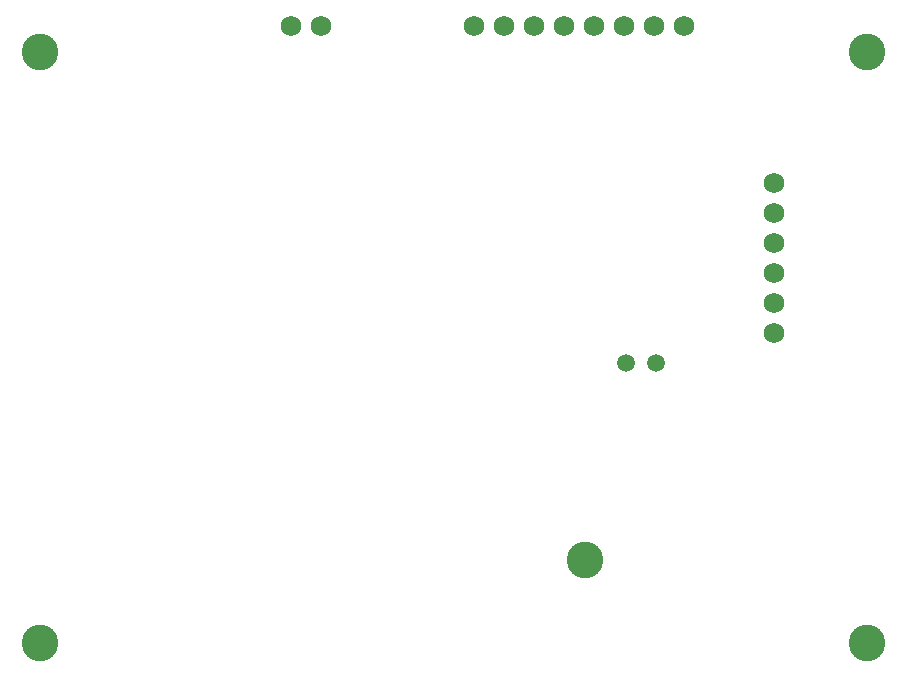
<source format=gbr>
G04 EAGLE Gerber RS-274X export*
G75*
%MOMM*%
%FSLAX34Y34*%
%LPD*%
%INSoldermask Bottom*%
%IPPOS*%
%AMOC8*
5,1,8,0,0,1.08239X$1,22.5*%
G01*
%ADD10C,3.101600*%
%ADD11C,1.751600*%
%ADD12C,1.501600*%


D10*
X411400Y120260D03*
D11*
X571740Y414020D03*
X571740Y439420D03*
X571740Y388620D03*
X571740Y363220D03*
X571740Y337820D03*
X571740Y312420D03*
X187960Y571740D03*
X162560Y571740D03*
D12*
X446024Y287020D03*
X471424Y287020D03*
D10*
X-50000Y50000D03*
X-50000Y550000D03*
X650000Y50000D03*
X650000Y550000D03*
D11*
X342900Y571740D03*
X317500Y571740D03*
X368300Y571740D03*
X393700Y571740D03*
X419100Y571740D03*
X444500Y571740D03*
X469900Y571740D03*
X495300Y571740D03*
M02*

</source>
